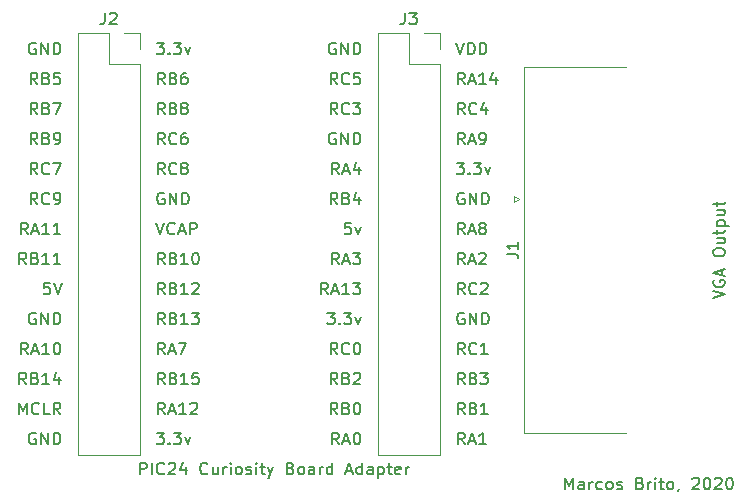
<source format=gbr>
G04 #@! TF.GenerationSoftware,KiCad,Pcbnew,(5.1.5)-3*
G04 #@! TF.CreationDate,2020-05-03T20:07:27+02:00*
G04 #@! TF.ProjectId,VGA_adapter,5647415f-6164-4617-9074-65722e6b6963,rev?*
G04 #@! TF.SameCoordinates,Original*
G04 #@! TF.FileFunction,Legend,Top*
G04 #@! TF.FilePolarity,Positive*
%FSLAX46Y46*%
G04 Gerber Fmt 4.6, Leading zero omitted, Abs format (unit mm)*
G04 Created by KiCad (PCBNEW (5.1.5)-3) date 2020-05-03 20:07:27*
%MOMM*%
%LPD*%
G04 APERTURE LIST*
%ADD10C,0.150000*%
%ADD11C,0.120000*%
G04 APERTURE END LIST*
D10*
X152948571Y-86812380D02*
X152948571Y-85812380D01*
X153281904Y-86526666D01*
X153615238Y-85812380D01*
X153615238Y-86812380D01*
X154520000Y-86812380D02*
X154520000Y-86288571D01*
X154472380Y-86193333D01*
X154377142Y-86145714D01*
X154186666Y-86145714D01*
X154091428Y-86193333D01*
X154520000Y-86764761D02*
X154424761Y-86812380D01*
X154186666Y-86812380D01*
X154091428Y-86764761D01*
X154043809Y-86669523D01*
X154043809Y-86574285D01*
X154091428Y-86479047D01*
X154186666Y-86431428D01*
X154424761Y-86431428D01*
X154520000Y-86383809D01*
X154996190Y-86812380D02*
X154996190Y-86145714D01*
X154996190Y-86336190D02*
X155043809Y-86240952D01*
X155091428Y-86193333D01*
X155186666Y-86145714D01*
X155281904Y-86145714D01*
X156043809Y-86764761D02*
X155948571Y-86812380D01*
X155758095Y-86812380D01*
X155662857Y-86764761D01*
X155615238Y-86717142D01*
X155567619Y-86621904D01*
X155567619Y-86336190D01*
X155615238Y-86240952D01*
X155662857Y-86193333D01*
X155758095Y-86145714D01*
X155948571Y-86145714D01*
X156043809Y-86193333D01*
X156615238Y-86812380D02*
X156520000Y-86764761D01*
X156472380Y-86717142D01*
X156424761Y-86621904D01*
X156424761Y-86336190D01*
X156472380Y-86240952D01*
X156520000Y-86193333D01*
X156615238Y-86145714D01*
X156758095Y-86145714D01*
X156853333Y-86193333D01*
X156900952Y-86240952D01*
X156948571Y-86336190D01*
X156948571Y-86621904D01*
X156900952Y-86717142D01*
X156853333Y-86764761D01*
X156758095Y-86812380D01*
X156615238Y-86812380D01*
X157329523Y-86764761D02*
X157424761Y-86812380D01*
X157615238Y-86812380D01*
X157710476Y-86764761D01*
X157758095Y-86669523D01*
X157758095Y-86621904D01*
X157710476Y-86526666D01*
X157615238Y-86479047D01*
X157472380Y-86479047D01*
X157377142Y-86431428D01*
X157329523Y-86336190D01*
X157329523Y-86288571D01*
X157377142Y-86193333D01*
X157472380Y-86145714D01*
X157615238Y-86145714D01*
X157710476Y-86193333D01*
X159281904Y-86288571D02*
X159424761Y-86336190D01*
X159472380Y-86383809D01*
X159520000Y-86479047D01*
X159520000Y-86621904D01*
X159472380Y-86717142D01*
X159424761Y-86764761D01*
X159329523Y-86812380D01*
X158948571Y-86812380D01*
X158948571Y-85812380D01*
X159281904Y-85812380D01*
X159377142Y-85860000D01*
X159424761Y-85907619D01*
X159472380Y-86002857D01*
X159472380Y-86098095D01*
X159424761Y-86193333D01*
X159377142Y-86240952D01*
X159281904Y-86288571D01*
X158948571Y-86288571D01*
X159948571Y-86812380D02*
X159948571Y-86145714D01*
X159948571Y-86336190D02*
X159996190Y-86240952D01*
X160043809Y-86193333D01*
X160139047Y-86145714D01*
X160234285Y-86145714D01*
X160567619Y-86812380D02*
X160567619Y-86145714D01*
X160567619Y-85812380D02*
X160520000Y-85860000D01*
X160567619Y-85907619D01*
X160615238Y-85860000D01*
X160567619Y-85812380D01*
X160567619Y-85907619D01*
X160900952Y-86145714D02*
X161281904Y-86145714D01*
X161043809Y-85812380D02*
X161043809Y-86669523D01*
X161091428Y-86764761D01*
X161186666Y-86812380D01*
X161281904Y-86812380D01*
X161758095Y-86812380D02*
X161662857Y-86764761D01*
X161615238Y-86717142D01*
X161567619Y-86621904D01*
X161567619Y-86336190D01*
X161615238Y-86240952D01*
X161662857Y-86193333D01*
X161758095Y-86145714D01*
X161900952Y-86145714D01*
X161996190Y-86193333D01*
X162043809Y-86240952D01*
X162091428Y-86336190D01*
X162091428Y-86621904D01*
X162043809Y-86717142D01*
X161996190Y-86764761D01*
X161900952Y-86812380D01*
X161758095Y-86812380D01*
X162567619Y-86764761D02*
X162567619Y-86812380D01*
X162520000Y-86907619D01*
X162472380Y-86955238D01*
X163710476Y-85907619D02*
X163758095Y-85860000D01*
X163853333Y-85812380D01*
X164091428Y-85812380D01*
X164186666Y-85860000D01*
X164234285Y-85907619D01*
X164281904Y-86002857D01*
X164281904Y-86098095D01*
X164234285Y-86240952D01*
X163662857Y-86812380D01*
X164281904Y-86812380D01*
X164900952Y-85812380D02*
X164996190Y-85812380D01*
X165091428Y-85860000D01*
X165139047Y-85907619D01*
X165186666Y-86002857D01*
X165234285Y-86193333D01*
X165234285Y-86431428D01*
X165186666Y-86621904D01*
X165139047Y-86717142D01*
X165091428Y-86764761D01*
X164996190Y-86812380D01*
X164900952Y-86812380D01*
X164805714Y-86764761D01*
X164758095Y-86717142D01*
X164710476Y-86621904D01*
X164662857Y-86431428D01*
X164662857Y-86193333D01*
X164710476Y-86002857D01*
X164758095Y-85907619D01*
X164805714Y-85860000D01*
X164900952Y-85812380D01*
X165615238Y-85907619D02*
X165662857Y-85860000D01*
X165758095Y-85812380D01*
X165996190Y-85812380D01*
X166091428Y-85860000D01*
X166139047Y-85907619D01*
X166186666Y-86002857D01*
X166186666Y-86098095D01*
X166139047Y-86240952D01*
X165567619Y-86812380D01*
X166186666Y-86812380D01*
X166805714Y-85812380D02*
X166900952Y-85812380D01*
X166996190Y-85860000D01*
X167043809Y-85907619D01*
X167091428Y-86002857D01*
X167139047Y-86193333D01*
X167139047Y-86431428D01*
X167091428Y-86621904D01*
X167043809Y-86717142D01*
X166996190Y-86764761D01*
X166900952Y-86812380D01*
X166805714Y-86812380D01*
X166710476Y-86764761D01*
X166662857Y-86717142D01*
X166615238Y-86621904D01*
X166567619Y-86431428D01*
X166567619Y-86193333D01*
X166615238Y-86002857D01*
X166662857Y-85907619D01*
X166710476Y-85860000D01*
X166805714Y-85812380D01*
X139366666Y-46442380D02*
X139366666Y-47156666D01*
X139319047Y-47299523D01*
X139223809Y-47394761D01*
X139080952Y-47442380D01*
X138985714Y-47442380D01*
X139747619Y-46442380D02*
X140366666Y-46442380D01*
X140033333Y-46823333D01*
X140176190Y-46823333D01*
X140271428Y-46870952D01*
X140319047Y-46918571D01*
X140366666Y-47013809D01*
X140366666Y-47251904D01*
X140319047Y-47347142D01*
X140271428Y-47394761D01*
X140176190Y-47442380D01*
X139890476Y-47442380D01*
X139795238Y-47394761D01*
X139747619Y-47347142D01*
D11*
X148998675Y-62230000D02*
X148565662Y-62480000D01*
X148565662Y-61980000D02*
X148998675Y-62230000D01*
X148565662Y-62480000D02*
X148565662Y-61980000D01*
X149460000Y-51060000D02*
X158060000Y-51060000D01*
X149460000Y-82030000D02*
X149460000Y-51060000D01*
X158060000Y-82030000D02*
X149460000Y-82030000D01*
X142300000Y-83880000D02*
X137100000Y-83880000D01*
X142300000Y-50800000D02*
X139700000Y-50800000D01*
X142300000Y-49530000D02*
X142300000Y-48200000D01*
X137100000Y-48200000D02*
X137100000Y-83880000D01*
X139700000Y-50800000D02*
X139700000Y-48200000D01*
X142300000Y-48200000D02*
X140970000Y-48200000D01*
X139700000Y-48200000D02*
X137100000Y-48200000D01*
X142300000Y-50800000D02*
X142300000Y-83880000D01*
X116900000Y-48200000D02*
X115570000Y-48200000D01*
X116900000Y-49530000D02*
X116900000Y-48200000D01*
X114300000Y-48200000D02*
X111700000Y-48200000D01*
X114300000Y-50800000D02*
X114300000Y-48200000D01*
X116900000Y-50800000D02*
X114300000Y-50800000D01*
X111700000Y-48200000D02*
X111700000Y-83880000D01*
X116900000Y-50800000D02*
X116900000Y-83880000D01*
X116900000Y-83880000D02*
X111700000Y-83880000D01*
D10*
X147972380Y-66878333D02*
X148686666Y-66878333D01*
X148829523Y-66925952D01*
X148924761Y-67021190D01*
X148972380Y-67164047D01*
X148972380Y-67259285D01*
X148972380Y-65878333D02*
X148972380Y-66449761D01*
X148972380Y-66164047D02*
X147972380Y-66164047D01*
X148115238Y-66259285D01*
X148210476Y-66354523D01*
X148258095Y-66449761D01*
X165472380Y-70640238D02*
X166472380Y-70306904D01*
X165472380Y-69973571D01*
X165520000Y-69116428D02*
X165472380Y-69211666D01*
X165472380Y-69354523D01*
X165520000Y-69497380D01*
X165615238Y-69592619D01*
X165710476Y-69640238D01*
X165900952Y-69687857D01*
X166043809Y-69687857D01*
X166234285Y-69640238D01*
X166329523Y-69592619D01*
X166424761Y-69497380D01*
X166472380Y-69354523D01*
X166472380Y-69259285D01*
X166424761Y-69116428D01*
X166377142Y-69068809D01*
X166043809Y-69068809D01*
X166043809Y-69259285D01*
X166186666Y-68687857D02*
X166186666Y-68211666D01*
X166472380Y-68783095D02*
X165472380Y-68449761D01*
X166472380Y-68116428D01*
X165472380Y-66830714D02*
X165472380Y-66640238D01*
X165520000Y-66545000D01*
X165615238Y-66449761D01*
X165805714Y-66402142D01*
X166139047Y-66402142D01*
X166329523Y-66449761D01*
X166424761Y-66545000D01*
X166472380Y-66640238D01*
X166472380Y-66830714D01*
X166424761Y-66925952D01*
X166329523Y-67021190D01*
X166139047Y-67068809D01*
X165805714Y-67068809D01*
X165615238Y-67021190D01*
X165520000Y-66925952D01*
X165472380Y-66830714D01*
X165805714Y-65545000D02*
X166472380Y-65545000D01*
X165805714Y-65973571D02*
X166329523Y-65973571D01*
X166424761Y-65925952D01*
X166472380Y-65830714D01*
X166472380Y-65687857D01*
X166424761Y-65592619D01*
X166377142Y-65545000D01*
X165805714Y-65211666D02*
X165805714Y-64830714D01*
X165472380Y-65068809D02*
X166329523Y-65068809D01*
X166424761Y-65021190D01*
X166472380Y-64925952D01*
X166472380Y-64830714D01*
X165805714Y-64497380D02*
X166805714Y-64497380D01*
X165853333Y-64497380D02*
X165805714Y-64402142D01*
X165805714Y-64211666D01*
X165853333Y-64116428D01*
X165900952Y-64068809D01*
X165996190Y-64021190D01*
X166281904Y-64021190D01*
X166377142Y-64068809D01*
X166424761Y-64116428D01*
X166472380Y-64211666D01*
X166472380Y-64402142D01*
X166424761Y-64497380D01*
X165805714Y-63164047D02*
X166472380Y-63164047D01*
X165805714Y-63592619D02*
X166329523Y-63592619D01*
X166424761Y-63545000D01*
X166472380Y-63449761D01*
X166472380Y-63306904D01*
X166424761Y-63211666D01*
X166377142Y-63164047D01*
X165805714Y-62830714D02*
X165805714Y-62449761D01*
X165472380Y-62687857D02*
X166329523Y-62687857D01*
X166424761Y-62640238D01*
X166472380Y-62545000D01*
X166472380Y-62449761D01*
X113966666Y-46442380D02*
X113966666Y-47156666D01*
X113919047Y-47299523D01*
X113823809Y-47394761D01*
X113680952Y-47442380D01*
X113585714Y-47442380D01*
X114395238Y-46537619D02*
X114442857Y-46490000D01*
X114538095Y-46442380D01*
X114776190Y-46442380D01*
X114871428Y-46490000D01*
X114919047Y-46537619D01*
X114966666Y-46632857D01*
X114966666Y-46728095D01*
X114919047Y-46870952D01*
X114347619Y-47442380D01*
X114966666Y-47442380D01*
X116936666Y-85542380D02*
X116936666Y-84542380D01*
X117317619Y-84542380D01*
X117412857Y-84590000D01*
X117460476Y-84637619D01*
X117508095Y-84732857D01*
X117508095Y-84875714D01*
X117460476Y-84970952D01*
X117412857Y-85018571D01*
X117317619Y-85066190D01*
X116936666Y-85066190D01*
X117936666Y-85542380D02*
X117936666Y-84542380D01*
X118984285Y-85447142D02*
X118936666Y-85494761D01*
X118793809Y-85542380D01*
X118698571Y-85542380D01*
X118555714Y-85494761D01*
X118460476Y-85399523D01*
X118412857Y-85304285D01*
X118365238Y-85113809D01*
X118365238Y-84970952D01*
X118412857Y-84780476D01*
X118460476Y-84685238D01*
X118555714Y-84590000D01*
X118698571Y-84542380D01*
X118793809Y-84542380D01*
X118936666Y-84590000D01*
X118984285Y-84637619D01*
X119365238Y-84637619D02*
X119412857Y-84590000D01*
X119508095Y-84542380D01*
X119746190Y-84542380D01*
X119841428Y-84590000D01*
X119889047Y-84637619D01*
X119936666Y-84732857D01*
X119936666Y-84828095D01*
X119889047Y-84970952D01*
X119317619Y-85542380D01*
X119936666Y-85542380D01*
X120793809Y-84875714D02*
X120793809Y-85542380D01*
X120555714Y-84494761D02*
X120317619Y-85209047D01*
X120936666Y-85209047D01*
X122650952Y-85447142D02*
X122603333Y-85494761D01*
X122460476Y-85542380D01*
X122365238Y-85542380D01*
X122222380Y-85494761D01*
X122127142Y-85399523D01*
X122079523Y-85304285D01*
X122031904Y-85113809D01*
X122031904Y-84970952D01*
X122079523Y-84780476D01*
X122127142Y-84685238D01*
X122222380Y-84590000D01*
X122365238Y-84542380D01*
X122460476Y-84542380D01*
X122603333Y-84590000D01*
X122650952Y-84637619D01*
X123508095Y-84875714D02*
X123508095Y-85542380D01*
X123079523Y-84875714D02*
X123079523Y-85399523D01*
X123127142Y-85494761D01*
X123222380Y-85542380D01*
X123365238Y-85542380D01*
X123460476Y-85494761D01*
X123508095Y-85447142D01*
X123984285Y-85542380D02*
X123984285Y-84875714D01*
X123984285Y-85066190D02*
X124031904Y-84970952D01*
X124079523Y-84923333D01*
X124174761Y-84875714D01*
X124270000Y-84875714D01*
X124603333Y-85542380D02*
X124603333Y-84875714D01*
X124603333Y-84542380D02*
X124555714Y-84590000D01*
X124603333Y-84637619D01*
X124650952Y-84590000D01*
X124603333Y-84542380D01*
X124603333Y-84637619D01*
X125222380Y-85542380D02*
X125127142Y-85494761D01*
X125079523Y-85447142D01*
X125031904Y-85351904D01*
X125031904Y-85066190D01*
X125079523Y-84970952D01*
X125127142Y-84923333D01*
X125222380Y-84875714D01*
X125365238Y-84875714D01*
X125460476Y-84923333D01*
X125508095Y-84970952D01*
X125555714Y-85066190D01*
X125555714Y-85351904D01*
X125508095Y-85447142D01*
X125460476Y-85494761D01*
X125365238Y-85542380D01*
X125222380Y-85542380D01*
X125936666Y-85494761D02*
X126031904Y-85542380D01*
X126222380Y-85542380D01*
X126317619Y-85494761D01*
X126365238Y-85399523D01*
X126365238Y-85351904D01*
X126317619Y-85256666D01*
X126222380Y-85209047D01*
X126079523Y-85209047D01*
X125984285Y-85161428D01*
X125936666Y-85066190D01*
X125936666Y-85018571D01*
X125984285Y-84923333D01*
X126079523Y-84875714D01*
X126222380Y-84875714D01*
X126317619Y-84923333D01*
X126793809Y-85542380D02*
X126793809Y-84875714D01*
X126793809Y-84542380D02*
X126746190Y-84590000D01*
X126793809Y-84637619D01*
X126841428Y-84590000D01*
X126793809Y-84542380D01*
X126793809Y-84637619D01*
X127127142Y-84875714D02*
X127508095Y-84875714D01*
X127270000Y-84542380D02*
X127270000Y-85399523D01*
X127317619Y-85494761D01*
X127412857Y-85542380D01*
X127508095Y-85542380D01*
X127746190Y-84875714D02*
X127984285Y-85542380D01*
X128222380Y-84875714D02*
X127984285Y-85542380D01*
X127889047Y-85780476D01*
X127841428Y-85828095D01*
X127746190Y-85875714D01*
X129698571Y-85018571D02*
X129841428Y-85066190D01*
X129889047Y-85113809D01*
X129936666Y-85209047D01*
X129936666Y-85351904D01*
X129889047Y-85447142D01*
X129841428Y-85494761D01*
X129746190Y-85542380D01*
X129365238Y-85542380D01*
X129365238Y-84542380D01*
X129698571Y-84542380D01*
X129793809Y-84590000D01*
X129841428Y-84637619D01*
X129889047Y-84732857D01*
X129889047Y-84828095D01*
X129841428Y-84923333D01*
X129793809Y-84970952D01*
X129698571Y-85018571D01*
X129365238Y-85018571D01*
X130508095Y-85542380D02*
X130412857Y-85494761D01*
X130365238Y-85447142D01*
X130317619Y-85351904D01*
X130317619Y-85066190D01*
X130365238Y-84970952D01*
X130412857Y-84923333D01*
X130508095Y-84875714D01*
X130650952Y-84875714D01*
X130746190Y-84923333D01*
X130793809Y-84970952D01*
X130841428Y-85066190D01*
X130841428Y-85351904D01*
X130793809Y-85447142D01*
X130746190Y-85494761D01*
X130650952Y-85542380D01*
X130508095Y-85542380D01*
X131698571Y-85542380D02*
X131698571Y-85018571D01*
X131650952Y-84923333D01*
X131555714Y-84875714D01*
X131365238Y-84875714D01*
X131270000Y-84923333D01*
X131698571Y-85494761D02*
X131603333Y-85542380D01*
X131365238Y-85542380D01*
X131270000Y-85494761D01*
X131222380Y-85399523D01*
X131222380Y-85304285D01*
X131270000Y-85209047D01*
X131365238Y-85161428D01*
X131603333Y-85161428D01*
X131698571Y-85113809D01*
X132174761Y-85542380D02*
X132174761Y-84875714D01*
X132174761Y-85066190D02*
X132222380Y-84970952D01*
X132270000Y-84923333D01*
X132365238Y-84875714D01*
X132460476Y-84875714D01*
X133222380Y-85542380D02*
X133222380Y-84542380D01*
X133222380Y-85494761D02*
X133127142Y-85542380D01*
X132936666Y-85542380D01*
X132841428Y-85494761D01*
X132793809Y-85447142D01*
X132746190Y-85351904D01*
X132746190Y-85066190D01*
X132793809Y-84970952D01*
X132841428Y-84923333D01*
X132936666Y-84875714D01*
X133127142Y-84875714D01*
X133222380Y-84923333D01*
X134412857Y-85256666D02*
X134889047Y-85256666D01*
X134317619Y-85542380D02*
X134650952Y-84542380D01*
X134984285Y-85542380D01*
X135746190Y-85542380D02*
X135746190Y-84542380D01*
X135746190Y-85494761D02*
X135650952Y-85542380D01*
X135460476Y-85542380D01*
X135365238Y-85494761D01*
X135317619Y-85447142D01*
X135270000Y-85351904D01*
X135270000Y-85066190D01*
X135317619Y-84970952D01*
X135365238Y-84923333D01*
X135460476Y-84875714D01*
X135650952Y-84875714D01*
X135746190Y-84923333D01*
X136650952Y-85542380D02*
X136650952Y-85018571D01*
X136603333Y-84923333D01*
X136508095Y-84875714D01*
X136317619Y-84875714D01*
X136222380Y-84923333D01*
X136650952Y-85494761D02*
X136555714Y-85542380D01*
X136317619Y-85542380D01*
X136222380Y-85494761D01*
X136174761Y-85399523D01*
X136174761Y-85304285D01*
X136222380Y-85209047D01*
X136317619Y-85161428D01*
X136555714Y-85161428D01*
X136650952Y-85113809D01*
X137127142Y-84875714D02*
X137127142Y-85875714D01*
X137127142Y-84923333D02*
X137222380Y-84875714D01*
X137412857Y-84875714D01*
X137508095Y-84923333D01*
X137555714Y-84970952D01*
X137603333Y-85066190D01*
X137603333Y-85351904D01*
X137555714Y-85447142D01*
X137508095Y-85494761D01*
X137412857Y-85542380D01*
X137222380Y-85542380D01*
X137127142Y-85494761D01*
X137889047Y-84875714D02*
X138270000Y-84875714D01*
X138031904Y-84542380D02*
X138031904Y-85399523D01*
X138079523Y-85494761D01*
X138174761Y-85542380D01*
X138270000Y-85542380D01*
X138984285Y-85494761D02*
X138889047Y-85542380D01*
X138698571Y-85542380D01*
X138603333Y-85494761D01*
X138555714Y-85399523D01*
X138555714Y-85018571D01*
X138603333Y-84923333D01*
X138698571Y-84875714D01*
X138889047Y-84875714D01*
X138984285Y-84923333D01*
X139031904Y-85018571D01*
X139031904Y-85113809D01*
X138555714Y-85209047D01*
X139460476Y-85542380D02*
X139460476Y-84875714D01*
X139460476Y-85066190D02*
X139508095Y-84970952D01*
X139555714Y-84923333D01*
X139650952Y-84875714D01*
X139746190Y-84875714D01*
X133506785Y-49030000D02*
X133411547Y-48982380D01*
X133268690Y-48982380D01*
X133125833Y-49030000D01*
X133030595Y-49125238D01*
X132982976Y-49220476D01*
X132935357Y-49410952D01*
X132935357Y-49553809D01*
X132982976Y-49744285D01*
X133030595Y-49839523D01*
X133125833Y-49934761D01*
X133268690Y-49982380D01*
X133363928Y-49982380D01*
X133506785Y-49934761D01*
X133554404Y-49887142D01*
X133554404Y-49553809D01*
X133363928Y-49553809D01*
X133982976Y-49982380D02*
X133982976Y-48982380D01*
X134554404Y-49982380D01*
X134554404Y-48982380D01*
X135030595Y-49982380D02*
X135030595Y-48982380D01*
X135268690Y-48982380D01*
X135411547Y-49030000D01*
X135506785Y-49125238D01*
X135554404Y-49220476D01*
X135602023Y-49410952D01*
X135602023Y-49553809D01*
X135554404Y-49744285D01*
X135506785Y-49839523D01*
X135411547Y-49934761D01*
X135268690Y-49982380D01*
X135030595Y-49982380D01*
X133649642Y-55062380D02*
X133316309Y-54586190D01*
X133078214Y-55062380D02*
X133078214Y-54062380D01*
X133459166Y-54062380D01*
X133554404Y-54110000D01*
X133602023Y-54157619D01*
X133649642Y-54252857D01*
X133649642Y-54395714D01*
X133602023Y-54490952D01*
X133554404Y-54538571D01*
X133459166Y-54586190D01*
X133078214Y-54586190D01*
X134649642Y-54967142D02*
X134602023Y-55014761D01*
X134459166Y-55062380D01*
X134363928Y-55062380D01*
X134221071Y-55014761D01*
X134125833Y-54919523D01*
X134078214Y-54824285D01*
X134030595Y-54633809D01*
X134030595Y-54490952D01*
X134078214Y-54300476D01*
X134125833Y-54205238D01*
X134221071Y-54110000D01*
X134363928Y-54062380D01*
X134459166Y-54062380D01*
X134602023Y-54110000D01*
X134649642Y-54157619D01*
X134982976Y-54062380D02*
X135602023Y-54062380D01*
X135268690Y-54443333D01*
X135411547Y-54443333D01*
X135506785Y-54490952D01*
X135554404Y-54538571D01*
X135602023Y-54633809D01*
X135602023Y-54871904D01*
X135554404Y-54967142D01*
X135506785Y-55014761D01*
X135411547Y-55062380D01*
X135125833Y-55062380D01*
X135030595Y-55014761D01*
X134982976Y-54967142D01*
X133649642Y-52522380D02*
X133316309Y-52046190D01*
X133078214Y-52522380D02*
X133078214Y-51522380D01*
X133459166Y-51522380D01*
X133554404Y-51570000D01*
X133602023Y-51617619D01*
X133649642Y-51712857D01*
X133649642Y-51855714D01*
X133602023Y-51950952D01*
X133554404Y-51998571D01*
X133459166Y-52046190D01*
X133078214Y-52046190D01*
X134649642Y-52427142D02*
X134602023Y-52474761D01*
X134459166Y-52522380D01*
X134363928Y-52522380D01*
X134221071Y-52474761D01*
X134125833Y-52379523D01*
X134078214Y-52284285D01*
X134030595Y-52093809D01*
X134030595Y-51950952D01*
X134078214Y-51760476D01*
X134125833Y-51665238D01*
X134221071Y-51570000D01*
X134363928Y-51522380D01*
X134459166Y-51522380D01*
X134602023Y-51570000D01*
X134649642Y-51617619D01*
X135554404Y-51522380D02*
X135078214Y-51522380D01*
X135030595Y-51998571D01*
X135078214Y-51950952D01*
X135173452Y-51903333D01*
X135411547Y-51903333D01*
X135506785Y-51950952D01*
X135554404Y-51998571D01*
X135602023Y-52093809D01*
X135602023Y-52331904D01*
X135554404Y-52427142D01*
X135506785Y-52474761D01*
X135411547Y-52522380D01*
X135173452Y-52522380D01*
X135078214Y-52474761D01*
X135030595Y-52427142D01*
X133506785Y-56650000D02*
X133411547Y-56602380D01*
X133268690Y-56602380D01*
X133125833Y-56650000D01*
X133030595Y-56745238D01*
X132982976Y-56840476D01*
X132935357Y-57030952D01*
X132935357Y-57173809D01*
X132982976Y-57364285D01*
X133030595Y-57459523D01*
X133125833Y-57554761D01*
X133268690Y-57602380D01*
X133363928Y-57602380D01*
X133506785Y-57554761D01*
X133554404Y-57507142D01*
X133554404Y-57173809D01*
X133363928Y-57173809D01*
X133982976Y-57602380D02*
X133982976Y-56602380D01*
X134554404Y-57602380D01*
X134554404Y-56602380D01*
X135030595Y-57602380D02*
X135030595Y-56602380D01*
X135268690Y-56602380D01*
X135411547Y-56650000D01*
X135506785Y-56745238D01*
X135554404Y-56840476D01*
X135602023Y-57030952D01*
X135602023Y-57173809D01*
X135554404Y-57364285D01*
X135506785Y-57459523D01*
X135411547Y-57554761D01*
X135268690Y-57602380D01*
X135030595Y-57602380D01*
X133792500Y-60142380D02*
X133459166Y-59666190D01*
X133221071Y-60142380D02*
X133221071Y-59142380D01*
X133602023Y-59142380D01*
X133697261Y-59190000D01*
X133744880Y-59237619D01*
X133792500Y-59332857D01*
X133792500Y-59475714D01*
X133744880Y-59570952D01*
X133697261Y-59618571D01*
X133602023Y-59666190D01*
X133221071Y-59666190D01*
X134173452Y-59856666D02*
X134649642Y-59856666D01*
X134078214Y-60142380D02*
X134411547Y-59142380D01*
X134744880Y-60142380D01*
X135506785Y-59475714D02*
X135506785Y-60142380D01*
X135268690Y-59094761D02*
X135030595Y-59809047D01*
X135649642Y-59809047D01*
X144417023Y-55062380D02*
X144083690Y-54586190D01*
X143845595Y-55062380D02*
X143845595Y-54062380D01*
X144226547Y-54062380D01*
X144321785Y-54110000D01*
X144369404Y-54157619D01*
X144417023Y-54252857D01*
X144417023Y-54395714D01*
X144369404Y-54490952D01*
X144321785Y-54538571D01*
X144226547Y-54586190D01*
X143845595Y-54586190D01*
X145417023Y-54967142D02*
X145369404Y-55014761D01*
X145226547Y-55062380D01*
X145131309Y-55062380D01*
X144988452Y-55014761D01*
X144893214Y-54919523D01*
X144845595Y-54824285D01*
X144797976Y-54633809D01*
X144797976Y-54490952D01*
X144845595Y-54300476D01*
X144893214Y-54205238D01*
X144988452Y-54110000D01*
X145131309Y-54062380D01*
X145226547Y-54062380D01*
X145369404Y-54110000D01*
X145417023Y-54157619D01*
X146274166Y-54395714D02*
X146274166Y-55062380D01*
X146036071Y-54014761D02*
X145797976Y-54729047D01*
X146417023Y-54729047D01*
X144417023Y-52522380D02*
X144083690Y-52046190D01*
X143845595Y-52522380D02*
X143845595Y-51522380D01*
X144226547Y-51522380D01*
X144321785Y-51570000D01*
X144369404Y-51617619D01*
X144417023Y-51712857D01*
X144417023Y-51855714D01*
X144369404Y-51950952D01*
X144321785Y-51998571D01*
X144226547Y-52046190D01*
X143845595Y-52046190D01*
X144797976Y-52236666D02*
X145274166Y-52236666D01*
X144702738Y-52522380D02*
X145036071Y-51522380D01*
X145369404Y-52522380D01*
X146226547Y-52522380D02*
X145655119Y-52522380D01*
X145940833Y-52522380D02*
X145940833Y-51522380D01*
X145845595Y-51665238D01*
X145750357Y-51760476D01*
X145655119Y-51808095D01*
X147083690Y-51855714D02*
X147083690Y-52522380D01*
X146845595Y-51474761D02*
X146607500Y-52189047D01*
X147226547Y-52189047D01*
X133649642Y-77922380D02*
X133316309Y-77446190D01*
X133078214Y-77922380D02*
X133078214Y-76922380D01*
X133459166Y-76922380D01*
X133554404Y-76970000D01*
X133602023Y-77017619D01*
X133649642Y-77112857D01*
X133649642Y-77255714D01*
X133602023Y-77350952D01*
X133554404Y-77398571D01*
X133459166Y-77446190D01*
X133078214Y-77446190D01*
X134411547Y-77398571D02*
X134554404Y-77446190D01*
X134602023Y-77493809D01*
X134649642Y-77589047D01*
X134649642Y-77731904D01*
X134602023Y-77827142D01*
X134554404Y-77874761D01*
X134459166Y-77922380D01*
X134078214Y-77922380D01*
X134078214Y-76922380D01*
X134411547Y-76922380D01*
X134506785Y-76970000D01*
X134554404Y-77017619D01*
X134602023Y-77112857D01*
X134602023Y-77208095D01*
X134554404Y-77303333D01*
X134506785Y-77350952D01*
X134411547Y-77398571D01*
X134078214Y-77398571D01*
X135030595Y-77017619D02*
X135078214Y-76970000D01*
X135173452Y-76922380D01*
X135411547Y-76922380D01*
X135506785Y-76970000D01*
X135554404Y-77017619D01*
X135602023Y-77112857D01*
X135602023Y-77208095D01*
X135554404Y-77350952D01*
X134982976Y-77922380D01*
X135602023Y-77922380D01*
X133792500Y-83002380D02*
X133459166Y-82526190D01*
X133221071Y-83002380D02*
X133221071Y-82002380D01*
X133602023Y-82002380D01*
X133697261Y-82050000D01*
X133744880Y-82097619D01*
X133792500Y-82192857D01*
X133792500Y-82335714D01*
X133744880Y-82430952D01*
X133697261Y-82478571D01*
X133602023Y-82526190D01*
X133221071Y-82526190D01*
X134173452Y-82716666D02*
X134649642Y-82716666D01*
X134078214Y-83002380D02*
X134411547Y-82002380D01*
X134744880Y-83002380D01*
X135268690Y-82002380D02*
X135363928Y-82002380D01*
X135459166Y-82050000D01*
X135506785Y-82097619D01*
X135554404Y-82192857D01*
X135602023Y-82383333D01*
X135602023Y-82621428D01*
X135554404Y-82811904D01*
X135506785Y-82907142D01*
X135459166Y-82954761D01*
X135363928Y-83002380D01*
X135268690Y-83002380D01*
X135173452Y-82954761D01*
X135125833Y-82907142D01*
X135078214Y-82811904D01*
X135030595Y-82621428D01*
X135030595Y-82383333D01*
X135078214Y-82192857D01*
X135125833Y-82097619D01*
X135173452Y-82050000D01*
X135268690Y-82002380D01*
X134792500Y-64222380D02*
X134316309Y-64222380D01*
X134268690Y-64698571D01*
X134316309Y-64650952D01*
X134411547Y-64603333D01*
X134649642Y-64603333D01*
X134744880Y-64650952D01*
X134792500Y-64698571D01*
X134840119Y-64793809D01*
X134840119Y-65031904D01*
X134792500Y-65127142D01*
X134744880Y-65174761D01*
X134649642Y-65222380D01*
X134411547Y-65222380D01*
X134316309Y-65174761D01*
X134268690Y-65127142D01*
X135173452Y-64555714D02*
X135411547Y-65222380D01*
X135649642Y-64555714D01*
X133649642Y-80462380D02*
X133316309Y-79986190D01*
X133078214Y-80462380D02*
X133078214Y-79462380D01*
X133459166Y-79462380D01*
X133554404Y-79510000D01*
X133602023Y-79557619D01*
X133649642Y-79652857D01*
X133649642Y-79795714D01*
X133602023Y-79890952D01*
X133554404Y-79938571D01*
X133459166Y-79986190D01*
X133078214Y-79986190D01*
X134411547Y-79938571D02*
X134554404Y-79986190D01*
X134602023Y-80033809D01*
X134649642Y-80129047D01*
X134649642Y-80271904D01*
X134602023Y-80367142D01*
X134554404Y-80414761D01*
X134459166Y-80462380D01*
X134078214Y-80462380D01*
X134078214Y-79462380D01*
X134411547Y-79462380D01*
X134506785Y-79510000D01*
X134554404Y-79557619D01*
X134602023Y-79652857D01*
X134602023Y-79748095D01*
X134554404Y-79843333D01*
X134506785Y-79890952D01*
X134411547Y-79938571D01*
X134078214Y-79938571D01*
X135268690Y-79462380D02*
X135363928Y-79462380D01*
X135459166Y-79510000D01*
X135506785Y-79557619D01*
X135554404Y-79652857D01*
X135602023Y-79843333D01*
X135602023Y-80081428D01*
X135554404Y-80271904D01*
X135506785Y-80367142D01*
X135459166Y-80414761D01*
X135363928Y-80462380D01*
X135268690Y-80462380D01*
X135173452Y-80414761D01*
X135125833Y-80367142D01*
X135078214Y-80271904D01*
X135030595Y-80081428D01*
X135030595Y-79843333D01*
X135078214Y-79652857D01*
X135125833Y-79557619D01*
X135173452Y-79510000D01*
X135268690Y-79462380D01*
X143702738Y-48982380D02*
X144036071Y-49982380D01*
X144369404Y-48982380D01*
X144702738Y-49982380D02*
X144702738Y-48982380D01*
X144940833Y-48982380D01*
X145083690Y-49030000D01*
X145178928Y-49125238D01*
X145226547Y-49220476D01*
X145274166Y-49410952D01*
X145274166Y-49553809D01*
X145226547Y-49744285D01*
X145178928Y-49839523D01*
X145083690Y-49934761D01*
X144940833Y-49982380D01*
X144702738Y-49982380D01*
X145702738Y-49982380D02*
X145702738Y-48982380D01*
X145940833Y-48982380D01*
X146083690Y-49030000D01*
X146178928Y-49125238D01*
X146226547Y-49220476D01*
X146274166Y-49410952D01*
X146274166Y-49553809D01*
X146226547Y-49744285D01*
X146178928Y-49839523D01*
X146083690Y-49934761D01*
X145940833Y-49982380D01*
X145702738Y-49982380D01*
X144417023Y-57602380D02*
X144083690Y-57126190D01*
X143845595Y-57602380D02*
X143845595Y-56602380D01*
X144226547Y-56602380D01*
X144321785Y-56650000D01*
X144369404Y-56697619D01*
X144417023Y-56792857D01*
X144417023Y-56935714D01*
X144369404Y-57030952D01*
X144321785Y-57078571D01*
X144226547Y-57126190D01*
X143845595Y-57126190D01*
X144797976Y-57316666D02*
X145274166Y-57316666D01*
X144702738Y-57602380D02*
X145036071Y-56602380D01*
X145369404Y-57602380D01*
X145750357Y-57602380D02*
X145940833Y-57602380D01*
X146036071Y-57554761D01*
X146083690Y-57507142D01*
X146178928Y-57364285D01*
X146226547Y-57173809D01*
X146226547Y-56792857D01*
X146178928Y-56697619D01*
X146131309Y-56650000D01*
X146036071Y-56602380D01*
X145845595Y-56602380D01*
X145750357Y-56650000D01*
X145702738Y-56697619D01*
X145655119Y-56792857D01*
X145655119Y-57030952D01*
X145702738Y-57126190D01*
X145750357Y-57173809D01*
X145845595Y-57221428D01*
X146036071Y-57221428D01*
X146131309Y-57173809D01*
X146178928Y-57126190D01*
X146226547Y-57030952D01*
X144369404Y-61730000D02*
X144274166Y-61682380D01*
X144131309Y-61682380D01*
X143988452Y-61730000D01*
X143893214Y-61825238D01*
X143845595Y-61920476D01*
X143797976Y-62110952D01*
X143797976Y-62253809D01*
X143845595Y-62444285D01*
X143893214Y-62539523D01*
X143988452Y-62634761D01*
X144131309Y-62682380D01*
X144226547Y-62682380D01*
X144369404Y-62634761D01*
X144417023Y-62587142D01*
X144417023Y-62253809D01*
X144226547Y-62253809D01*
X144845595Y-62682380D02*
X144845595Y-61682380D01*
X145417023Y-62682380D01*
X145417023Y-61682380D01*
X145893214Y-62682380D02*
X145893214Y-61682380D01*
X146131309Y-61682380D01*
X146274166Y-61730000D01*
X146369404Y-61825238D01*
X146417023Y-61920476D01*
X146464642Y-62110952D01*
X146464642Y-62253809D01*
X146417023Y-62444285D01*
X146369404Y-62539523D01*
X146274166Y-62634761D01*
X146131309Y-62682380D01*
X145893214Y-62682380D01*
X133649642Y-62682380D02*
X133316309Y-62206190D01*
X133078214Y-62682380D02*
X133078214Y-61682380D01*
X133459166Y-61682380D01*
X133554404Y-61730000D01*
X133602023Y-61777619D01*
X133649642Y-61872857D01*
X133649642Y-62015714D01*
X133602023Y-62110952D01*
X133554404Y-62158571D01*
X133459166Y-62206190D01*
X133078214Y-62206190D01*
X134411547Y-62158571D02*
X134554404Y-62206190D01*
X134602023Y-62253809D01*
X134649642Y-62349047D01*
X134649642Y-62491904D01*
X134602023Y-62587142D01*
X134554404Y-62634761D01*
X134459166Y-62682380D01*
X134078214Y-62682380D01*
X134078214Y-61682380D01*
X134411547Y-61682380D01*
X134506785Y-61730000D01*
X134554404Y-61777619D01*
X134602023Y-61872857D01*
X134602023Y-61968095D01*
X134554404Y-62063333D01*
X134506785Y-62110952D01*
X134411547Y-62158571D01*
X134078214Y-62158571D01*
X135506785Y-62015714D02*
X135506785Y-62682380D01*
X135268690Y-61634761D02*
X135030595Y-62349047D01*
X135649642Y-62349047D01*
X132792500Y-71842380D02*
X133411547Y-71842380D01*
X133078214Y-72223333D01*
X133221071Y-72223333D01*
X133316309Y-72270952D01*
X133363928Y-72318571D01*
X133411547Y-72413809D01*
X133411547Y-72651904D01*
X133363928Y-72747142D01*
X133316309Y-72794761D01*
X133221071Y-72842380D01*
X132935357Y-72842380D01*
X132840119Y-72794761D01*
X132792500Y-72747142D01*
X133840119Y-72747142D02*
X133887738Y-72794761D01*
X133840119Y-72842380D01*
X133792500Y-72794761D01*
X133840119Y-72747142D01*
X133840119Y-72842380D01*
X134221071Y-71842380D02*
X134840119Y-71842380D01*
X134506785Y-72223333D01*
X134649642Y-72223333D01*
X134744880Y-72270952D01*
X134792500Y-72318571D01*
X134840119Y-72413809D01*
X134840119Y-72651904D01*
X134792500Y-72747142D01*
X134744880Y-72794761D01*
X134649642Y-72842380D01*
X134363928Y-72842380D01*
X134268690Y-72794761D01*
X134221071Y-72747142D01*
X135173452Y-72175714D02*
X135411547Y-72842380D01*
X135649642Y-72175714D01*
X144417023Y-65222380D02*
X144083690Y-64746190D01*
X143845595Y-65222380D02*
X143845595Y-64222380D01*
X144226547Y-64222380D01*
X144321785Y-64270000D01*
X144369404Y-64317619D01*
X144417023Y-64412857D01*
X144417023Y-64555714D01*
X144369404Y-64650952D01*
X144321785Y-64698571D01*
X144226547Y-64746190D01*
X143845595Y-64746190D01*
X144797976Y-64936666D02*
X145274166Y-64936666D01*
X144702738Y-65222380D02*
X145036071Y-64222380D01*
X145369404Y-65222380D01*
X145845595Y-64650952D02*
X145750357Y-64603333D01*
X145702738Y-64555714D01*
X145655119Y-64460476D01*
X145655119Y-64412857D01*
X145702738Y-64317619D01*
X145750357Y-64270000D01*
X145845595Y-64222380D01*
X146036071Y-64222380D01*
X146131309Y-64270000D01*
X146178928Y-64317619D01*
X146226547Y-64412857D01*
X146226547Y-64460476D01*
X146178928Y-64555714D01*
X146131309Y-64603333D01*
X146036071Y-64650952D01*
X145845595Y-64650952D01*
X145750357Y-64698571D01*
X145702738Y-64746190D01*
X145655119Y-64841428D01*
X145655119Y-65031904D01*
X145702738Y-65127142D01*
X145750357Y-65174761D01*
X145845595Y-65222380D01*
X146036071Y-65222380D01*
X146131309Y-65174761D01*
X146178928Y-65127142D01*
X146226547Y-65031904D01*
X146226547Y-64841428D01*
X146178928Y-64746190D01*
X146131309Y-64698571D01*
X146036071Y-64650952D01*
X132840119Y-70302380D02*
X132506785Y-69826190D01*
X132268690Y-70302380D02*
X132268690Y-69302380D01*
X132649642Y-69302380D01*
X132744880Y-69350000D01*
X132792500Y-69397619D01*
X132840119Y-69492857D01*
X132840119Y-69635714D01*
X132792500Y-69730952D01*
X132744880Y-69778571D01*
X132649642Y-69826190D01*
X132268690Y-69826190D01*
X133221071Y-70016666D02*
X133697261Y-70016666D01*
X133125833Y-70302380D02*
X133459166Y-69302380D01*
X133792500Y-70302380D01*
X134649642Y-70302380D02*
X134078214Y-70302380D01*
X134363928Y-70302380D02*
X134363928Y-69302380D01*
X134268690Y-69445238D01*
X134173452Y-69540476D01*
X134078214Y-69588095D01*
X134982976Y-69302380D02*
X135602023Y-69302380D01*
X135268690Y-69683333D01*
X135411547Y-69683333D01*
X135506785Y-69730952D01*
X135554404Y-69778571D01*
X135602023Y-69873809D01*
X135602023Y-70111904D01*
X135554404Y-70207142D01*
X135506785Y-70254761D01*
X135411547Y-70302380D01*
X135125833Y-70302380D01*
X135030595Y-70254761D01*
X134982976Y-70207142D01*
X133649642Y-75382380D02*
X133316309Y-74906190D01*
X133078214Y-75382380D02*
X133078214Y-74382380D01*
X133459166Y-74382380D01*
X133554404Y-74430000D01*
X133602023Y-74477619D01*
X133649642Y-74572857D01*
X133649642Y-74715714D01*
X133602023Y-74810952D01*
X133554404Y-74858571D01*
X133459166Y-74906190D01*
X133078214Y-74906190D01*
X134649642Y-75287142D02*
X134602023Y-75334761D01*
X134459166Y-75382380D01*
X134363928Y-75382380D01*
X134221071Y-75334761D01*
X134125833Y-75239523D01*
X134078214Y-75144285D01*
X134030595Y-74953809D01*
X134030595Y-74810952D01*
X134078214Y-74620476D01*
X134125833Y-74525238D01*
X134221071Y-74430000D01*
X134363928Y-74382380D01*
X134459166Y-74382380D01*
X134602023Y-74430000D01*
X134649642Y-74477619D01*
X135268690Y-74382380D02*
X135363928Y-74382380D01*
X135459166Y-74430000D01*
X135506785Y-74477619D01*
X135554404Y-74572857D01*
X135602023Y-74763333D01*
X135602023Y-75001428D01*
X135554404Y-75191904D01*
X135506785Y-75287142D01*
X135459166Y-75334761D01*
X135363928Y-75382380D01*
X135268690Y-75382380D01*
X135173452Y-75334761D01*
X135125833Y-75287142D01*
X135078214Y-75191904D01*
X135030595Y-75001428D01*
X135030595Y-74763333D01*
X135078214Y-74572857D01*
X135125833Y-74477619D01*
X135173452Y-74430000D01*
X135268690Y-74382380D01*
X133792500Y-67762380D02*
X133459166Y-67286190D01*
X133221071Y-67762380D02*
X133221071Y-66762380D01*
X133602023Y-66762380D01*
X133697261Y-66810000D01*
X133744880Y-66857619D01*
X133792500Y-66952857D01*
X133792500Y-67095714D01*
X133744880Y-67190952D01*
X133697261Y-67238571D01*
X133602023Y-67286190D01*
X133221071Y-67286190D01*
X134173452Y-67476666D02*
X134649642Y-67476666D01*
X134078214Y-67762380D02*
X134411547Y-66762380D01*
X134744880Y-67762380D01*
X134982976Y-66762380D02*
X135602023Y-66762380D01*
X135268690Y-67143333D01*
X135411547Y-67143333D01*
X135506785Y-67190952D01*
X135554404Y-67238571D01*
X135602023Y-67333809D01*
X135602023Y-67571904D01*
X135554404Y-67667142D01*
X135506785Y-67714761D01*
X135411547Y-67762380D01*
X135125833Y-67762380D01*
X135030595Y-67714761D01*
X134982976Y-67667142D01*
X143750357Y-59142380D02*
X144369404Y-59142380D01*
X144036071Y-59523333D01*
X144178928Y-59523333D01*
X144274166Y-59570952D01*
X144321785Y-59618571D01*
X144369404Y-59713809D01*
X144369404Y-59951904D01*
X144321785Y-60047142D01*
X144274166Y-60094761D01*
X144178928Y-60142380D01*
X143893214Y-60142380D01*
X143797976Y-60094761D01*
X143750357Y-60047142D01*
X144797976Y-60047142D02*
X144845595Y-60094761D01*
X144797976Y-60142380D01*
X144750357Y-60094761D01*
X144797976Y-60047142D01*
X144797976Y-60142380D01*
X145178928Y-59142380D02*
X145797976Y-59142380D01*
X145464642Y-59523333D01*
X145607500Y-59523333D01*
X145702738Y-59570952D01*
X145750357Y-59618571D01*
X145797976Y-59713809D01*
X145797976Y-59951904D01*
X145750357Y-60047142D01*
X145702738Y-60094761D01*
X145607500Y-60142380D01*
X145321785Y-60142380D01*
X145226547Y-60094761D01*
X145178928Y-60047142D01*
X146131309Y-59475714D02*
X146369404Y-60142380D01*
X146607500Y-59475714D01*
X144417023Y-80462380D02*
X144083690Y-79986190D01*
X143845595Y-80462380D02*
X143845595Y-79462380D01*
X144226547Y-79462380D01*
X144321785Y-79510000D01*
X144369404Y-79557619D01*
X144417023Y-79652857D01*
X144417023Y-79795714D01*
X144369404Y-79890952D01*
X144321785Y-79938571D01*
X144226547Y-79986190D01*
X143845595Y-79986190D01*
X145178928Y-79938571D02*
X145321785Y-79986190D01*
X145369404Y-80033809D01*
X145417023Y-80129047D01*
X145417023Y-80271904D01*
X145369404Y-80367142D01*
X145321785Y-80414761D01*
X145226547Y-80462380D01*
X144845595Y-80462380D01*
X144845595Y-79462380D01*
X145178928Y-79462380D01*
X145274166Y-79510000D01*
X145321785Y-79557619D01*
X145369404Y-79652857D01*
X145369404Y-79748095D01*
X145321785Y-79843333D01*
X145274166Y-79890952D01*
X145178928Y-79938571D01*
X144845595Y-79938571D01*
X146369404Y-80462380D02*
X145797976Y-80462380D01*
X146083690Y-80462380D02*
X146083690Y-79462380D01*
X145988452Y-79605238D01*
X145893214Y-79700476D01*
X145797976Y-79748095D01*
X144417023Y-77922380D02*
X144083690Y-77446190D01*
X143845595Y-77922380D02*
X143845595Y-76922380D01*
X144226547Y-76922380D01*
X144321785Y-76970000D01*
X144369404Y-77017619D01*
X144417023Y-77112857D01*
X144417023Y-77255714D01*
X144369404Y-77350952D01*
X144321785Y-77398571D01*
X144226547Y-77446190D01*
X143845595Y-77446190D01*
X145178928Y-77398571D02*
X145321785Y-77446190D01*
X145369404Y-77493809D01*
X145417023Y-77589047D01*
X145417023Y-77731904D01*
X145369404Y-77827142D01*
X145321785Y-77874761D01*
X145226547Y-77922380D01*
X144845595Y-77922380D01*
X144845595Y-76922380D01*
X145178928Y-76922380D01*
X145274166Y-76970000D01*
X145321785Y-77017619D01*
X145369404Y-77112857D01*
X145369404Y-77208095D01*
X145321785Y-77303333D01*
X145274166Y-77350952D01*
X145178928Y-77398571D01*
X144845595Y-77398571D01*
X145750357Y-76922380D02*
X146369404Y-76922380D01*
X146036071Y-77303333D01*
X146178928Y-77303333D01*
X146274166Y-77350952D01*
X146321785Y-77398571D01*
X146369404Y-77493809D01*
X146369404Y-77731904D01*
X146321785Y-77827142D01*
X146274166Y-77874761D01*
X146178928Y-77922380D01*
X145893214Y-77922380D01*
X145797976Y-77874761D01*
X145750357Y-77827142D01*
X144417023Y-70302380D02*
X144083690Y-69826190D01*
X143845595Y-70302380D02*
X143845595Y-69302380D01*
X144226547Y-69302380D01*
X144321785Y-69350000D01*
X144369404Y-69397619D01*
X144417023Y-69492857D01*
X144417023Y-69635714D01*
X144369404Y-69730952D01*
X144321785Y-69778571D01*
X144226547Y-69826190D01*
X143845595Y-69826190D01*
X145417023Y-70207142D02*
X145369404Y-70254761D01*
X145226547Y-70302380D01*
X145131309Y-70302380D01*
X144988452Y-70254761D01*
X144893214Y-70159523D01*
X144845595Y-70064285D01*
X144797976Y-69873809D01*
X144797976Y-69730952D01*
X144845595Y-69540476D01*
X144893214Y-69445238D01*
X144988452Y-69350000D01*
X145131309Y-69302380D01*
X145226547Y-69302380D01*
X145369404Y-69350000D01*
X145417023Y-69397619D01*
X145797976Y-69397619D02*
X145845595Y-69350000D01*
X145940833Y-69302380D01*
X146178928Y-69302380D01*
X146274166Y-69350000D01*
X146321785Y-69397619D01*
X146369404Y-69492857D01*
X146369404Y-69588095D01*
X146321785Y-69730952D01*
X145750357Y-70302380D01*
X146369404Y-70302380D01*
X144417023Y-67762380D02*
X144083690Y-67286190D01*
X143845595Y-67762380D02*
X143845595Y-66762380D01*
X144226547Y-66762380D01*
X144321785Y-66810000D01*
X144369404Y-66857619D01*
X144417023Y-66952857D01*
X144417023Y-67095714D01*
X144369404Y-67190952D01*
X144321785Y-67238571D01*
X144226547Y-67286190D01*
X143845595Y-67286190D01*
X144797976Y-67476666D02*
X145274166Y-67476666D01*
X144702738Y-67762380D02*
X145036071Y-66762380D01*
X145369404Y-67762380D01*
X145655119Y-66857619D02*
X145702738Y-66810000D01*
X145797976Y-66762380D01*
X146036071Y-66762380D01*
X146131309Y-66810000D01*
X146178928Y-66857619D01*
X146226547Y-66952857D01*
X146226547Y-67048095D01*
X146178928Y-67190952D01*
X145607500Y-67762380D01*
X146226547Y-67762380D01*
X144369404Y-71890000D02*
X144274166Y-71842380D01*
X144131309Y-71842380D01*
X143988452Y-71890000D01*
X143893214Y-71985238D01*
X143845595Y-72080476D01*
X143797976Y-72270952D01*
X143797976Y-72413809D01*
X143845595Y-72604285D01*
X143893214Y-72699523D01*
X143988452Y-72794761D01*
X144131309Y-72842380D01*
X144226547Y-72842380D01*
X144369404Y-72794761D01*
X144417023Y-72747142D01*
X144417023Y-72413809D01*
X144226547Y-72413809D01*
X144845595Y-72842380D02*
X144845595Y-71842380D01*
X145417023Y-72842380D01*
X145417023Y-71842380D01*
X145893214Y-72842380D02*
X145893214Y-71842380D01*
X146131309Y-71842380D01*
X146274166Y-71890000D01*
X146369404Y-71985238D01*
X146417023Y-72080476D01*
X146464642Y-72270952D01*
X146464642Y-72413809D01*
X146417023Y-72604285D01*
X146369404Y-72699523D01*
X146274166Y-72794761D01*
X146131309Y-72842380D01*
X145893214Y-72842380D01*
X144417023Y-83002380D02*
X144083690Y-82526190D01*
X143845595Y-83002380D02*
X143845595Y-82002380D01*
X144226547Y-82002380D01*
X144321785Y-82050000D01*
X144369404Y-82097619D01*
X144417023Y-82192857D01*
X144417023Y-82335714D01*
X144369404Y-82430952D01*
X144321785Y-82478571D01*
X144226547Y-82526190D01*
X143845595Y-82526190D01*
X144797976Y-82716666D02*
X145274166Y-82716666D01*
X144702738Y-83002380D02*
X145036071Y-82002380D01*
X145369404Y-83002380D01*
X146226547Y-83002380D02*
X145655119Y-83002380D01*
X145940833Y-83002380D02*
X145940833Y-82002380D01*
X145845595Y-82145238D01*
X145750357Y-82240476D01*
X145655119Y-82288095D01*
X144417023Y-75382380D02*
X144083690Y-74906190D01*
X143845595Y-75382380D02*
X143845595Y-74382380D01*
X144226547Y-74382380D01*
X144321785Y-74430000D01*
X144369404Y-74477619D01*
X144417023Y-74572857D01*
X144417023Y-74715714D01*
X144369404Y-74810952D01*
X144321785Y-74858571D01*
X144226547Y-74906190D01*
X143845595Y-74906190D01*
X145417023Y-75287142D02*
X145369404Y-75334761D01*
X145226547Y-75382380D01*
X145131309Y-75382380D01*
X144988452Y-75334761D01*
X144893214Y-75239523D01*
X144845595Y-75144285D01*
X144797976Y-74953809D01*
X144797976Y-74810952D01*
X144845595Y-74620476D01*
X144893214Y-74525238D01*
X144988452Y-74430000D01*
X145131309Y-74382380D01*
X145226547Y-74382380D01*
X145369404Y-74430000D01*
X145417023Y-74477619D01*
X146369404Y-75382380D02*
X145797976Y-75382380D01*
X146083690Y-75382380D02*
X146083690Y-74382380D01*
X145988452Y-74525238D01*
X145893214Y-74620476D01*
X145797976Y-74668095D01*
X119017023Y-72842380D02*
X118683690Y-72366190D01*
X118445595Y-72842380D02*
X118445595Y-71842380D01*
X118826547Y-71842380D01*
X118921785Y-71890000D01*
X118969404Y-71937619D01*
X119017023Y-72032857D01*
X119017023Y-72175714D01*
X118969404Y-72270952D01*
X118921785Y-72318571D01*
X118826547Y-72366190D01*
X118445595Y-72366190D01*
X119778928Y-72318571D02*
X119921785Y-72366190D01*
X119969404Y-72413809D01*
X120017023Y-72509047D01*
X120017023Y-72651904D01*
X119969404Y-72747142D01*
X119921785Y-72794761D01*
X119826547Y-72842380D01*
X119445595Y-72842380D01*
X119445595Y-71842380D01*
X119778928Y-71842380D01*
X119874166Y-71890000D01*
X119921785Y-71937619D01*
X119969404Y-72032857D01*
X119969404Y-72128095D01*
X119921785Y-72223333D01*
X119874166Y-72270952D01*
X119778928Y-72318571D01*
X119445595Y-72318571D01*
X120969404Y-72842380D02*
X120397976Y-72842380D01*
X120683690Y-72842380D02*
X120683690Y-71842380D01*
X120588452Y-71985238D01*
X120493214Y-72080476D01*
X120397976Y-72128095D01*
X121302738Y-71842380D02*
X121921785Y-71842380D01*
X121588452Y-72223333D01*
X121731309Y-72223333D01*
X121826547Y-72270952D01*
X121874166Y-72318571D01*
X121921785Y-72413809D01*
X121921785Y-72651904D01*
X121874166Y-72747142D01*
X121826547Y-72794761D01*
X121731309Y-72842380D01*
X121445595Y-72842380D01*
X121350357Y-72794761D01*
X121302738Y-72747142D01*
X119017023Y-70302380D02*
X118683690Y-69826190D01*
X118445595Y-70302380D02*
X118445595Y-69302380D01*
X118826547Y-69302380D01*
X118921785Y-69350000D01*
X118969404Y-69397619D01*
X119017023Y-69492857D01*
X119017023Y-69635714D01*
X118969404Y-69730952D01*
X118921785Y-69778571D01*
X118826547Y-69826190D01*
X118445595Y-69826190D01*
X119778928Y-69778571D02*
X119921785Y-69826190D01*
X119969404Y-69873809D01*
X120017023Y-69969047D01*
X120017023Y-70111904D01*
X119969404Y-70207142D01*
X119921785Y-70254761D01*
X119826547Y-70302380D01*
X119445595Y-70302380D01*
X119445595Y-69302380D01*
X119778928Y-69302380D01*
X119874166Y-69350000D01*
X119921785Y-69397619D01*
X119969404Y-69492857D01*
X119969404Y-69588095D01*
X119921785Y-69683333D01*
X119874166Y-69730952D01*
X119778928Y-69778571D01*
X119445595Y-69778571D01*
X120969404Y-70302380D02*
X120397976Y-70302380D01*
X120683690Y-70302380D02*
X120683690Y-69302380D01*
X120588452Y-69445238D01*
X120493214Y-69540476D01*
X120397976Y-69588095D01*
X121350357Y-69397619D02*
X121397976Y-69350000D01*
X121493214Y-69302380D01*
X121731309Y-69302380D01*
X121826547Y-69350000D01*
X121874166Y-69397619D01*
X121921785Y-69492857D01*
X121921785Y-69588095D01*
X121874166Y-69730952D01*
X121302738Y-70302380D01*
X121921785Y-70302380D01*
X119017023Y-67762380D02*
X118683690Y-67286190D01*
X118445595Y-67762380D02*
X118445595Y-66762380D01*
X118826547Y-66762380D01*
X118921785Y-66810000D01*
X118969404Y-66857619D01*
X119017023Y-66952857D01*
X119017023Y-67095714D01*
X118969404Y-67190952D01*
X118921785Y-67238571D01*
X118826547Y-67286190D01*
X118445595Y-67286190D01*
X119778928Y-67238571D02*
X119921785Y-67286190D01*
X119969404Y-67333809D01*
X120017023Y-67429047D01*
X120017023Y-67571904D01*
X119969404Y-67667142D01*
X119921785Y-67714761D01*
X119826547Y-67762380D01*
X119445595Y-67762380D01*
X119445595Y-66762380D01*
X119778928Y-66762380D01*
X119874166Y-66810000D01*
X119921785Y-66857619D01*
X119969404Y-66952857D01*
X119969404Y-67048095D01*
X119921785Y-67143333D01*
X119874166Y-67190952D01*
X119778928Y-67238571D01*
X119445595Y-67238571D01*
X120969404Y-67762380D02*
X120397976Y-67762380D01*
X120683690Y-67762380D02*
X120683690Y-66762380D01*
X120588452Y-66905238D01*
X120493214Y-67000476D01*
X120397976Y-67048095D01*
X121588452Y-66762380D02*
X121683690Y-66762380D01*
X121778928Y-66810000D01*
X121826547Y-66857619D01*
X121874166Y-66952857D01*
X121921785Y-67143333D01*
X121921785Y-67381428D01*
X121874166Y-67571904D01*
X121826547Y-67667142D01*
X121778928Y-67714761D01*
X121683690Y-67762380D01*
X121588452Y-67762380D01*
X121493214Y-67714761D01*
X121445595Y-67667142D01*
X121397976Y-67571904D01*
X121350357Y-67381428D01*
X121350357Y-67143333D01*
X121397976Y-66952857D01*
X121445595Y-66857619D01*
X121493214Y-66810000D01*
X121588452Y-66762380D01*
X119017023Y-75382380D02*
X118683690Y-74906190D01*
X118445595Y-75382380D02*
X118445595Y-74382380D01*
X118826547Y-74382380D01*
X118921785Y-74430000D01*
X118969404Y-74477619D01*
X119017023Y-74572857D01*
X119017023Y-74715714D01*
X118969404Y-74810952D01*
X118921785Y-74858571D01*
X118826547Y-74906190D01*
X118445595Y-74906190D01*
X119397976Y-75096666D02*
X119874166Y-75096666D01*
X119302738Y-75382380D02*
X119636071Y-74382380D01*
X119969404Y-75382380D01*
X120207500Y-74382380D02*
X120874166Y-74382380D01*
X120445595Y-75382380D01*
X119017023Y-80462380D02*
X118683690Y-79986190D01*
X118445595Y-80462380D02*
X118445595Y-79462380D01*
X118826547Y-79462380D01*
X118921785Y-79510000D01*
X118969404Y-79557619D01*
X119017023Y-79652857D01*
X119017023Y-79795714D01*
X118969404Y-79890952D01*
X118921785Y-79938571D01*
X118826547Y-79986190D01*
X118445595Y-79986190D01*
X119397976Y-80176666D02*
X119874166Y-80176666D01*
X119302738Y-80462380D02*
X119636071Y-79462380D01*
X119969404Y-80462380D01*
X120826547Y-80462380D02*
X120255119Y-80462380D01*
X120540833Y-80462380D02*
X120540833Y-79462380D01*
X120445595Y-79605238D01*
X120350357Y-79700476D01*
X120255119Y-79748095D01*
X121207500Y-79557619D02*
X121255119Y-79510000D01*
X121350357Y-79462380D01*
X121588452Y-79462380D01*
X121683690Y-79510000D01*
X121731309Y-79557619D01*
X121778928Y-79652857D01*
X121778928Y-79748095D01*
X121731309Y-79890952D01*
X121159880Y-80462380D01*
X121778928Y-80462380D01*
X118350357Y-82002380D02*
X118969404Y-82002380D01*
X118636071Y-82383333D01*
X118778928Y-82383333D01*
X118874166Y-82430952D01*
X118921785Y-82478571D01*
X118969404Y-82573809D01*
X118969404Y-82811904D01*
X118921785Y-82907142D01*
X118874166Y-82954761D01*
X118778928Y-83002380D01*
X118493214Y-83002380D01*
X118397976Y-82954761D01*
X118350357Y-82907142D01*
X119397976Y-82907142D02*
X119445595Y-82954761D01*
X119397976Y-83002380D01*
X119350357Y-82954761D01*
X119397976Y-82907142D01*
X119397976Y-83002380D01*
X119778928Y-82002380D02*
X120397976Y-82002380D01*
X120064642Y-82383333D01*
X120207500Y-82383333D01*
X120302738Y-82430952D01*
X120350357Y-82478571D01*
X120397976Y-82573809D01*
X120397976Y-82811904D01*
X120350357Y-82907142D01*
X120302738Y-82954761D01*
X120207500Y-83002380D01*
X119921785Y-83002380D01*
X119826547Y-82954761D01*
X119778928Y-82907142D01*
X120731309Y-82335714D02*
X120969404Y-83002380D01*
X121207500Y-82335714D01*
X119017023Y-77922380D02*
X118683690Y-77446190D01*
X118445595Y-77922380D02*
X118445595Y-76922380D01*
X118826547Y-76922380D01*
X118921785Y-76970000D01*
X118969404Y-77017619D01*
X119017023Y-77112857D01*
X119017023Y-77255714D01*
X118969404Y-77350952D01*
X118921785Y-77398571D01*
X118826547Y-77446190D01*
X118445595Y-77446190D01*
X119778928Y-77398571D02*
X119921785Y-77446190D01*
X119969404Y-77493809D01*
X120017023Y-77589047D01*
X120017023Y-77731904D01*
X119969404Y-77827142D01*
X119921785Y-77874761D01*
X119826547Y-77922380D01*
X119445595Y-77922380D01*
X119445595Y-76922380D01*
X119778928Y-76922380D01*
X119874166Y-76970000D01*
X119921785Y-77017619D01*
X119969404Y-77112857D01*
X119969404Y-77208095D01*
X119921785Y-77303333D01*
X119874166Y-77350952D01*
X119778928Y-77398571D01*
X119445595Y-77398571D01*
X120969404Y-77922380D02*
X120397976Y-77922380D01*
X120683690Y-77922380D02*
X120683690Y-76922380D01*
X120588452Y-77065238D01*
X120493214Y-77160476D01*
X120397976Y-77208095D01*
X121874166Y-76922380D02*
X121397976Y-76922380D01*
X121350357Y-77398571D01*
X121397976Y-77350952D01*
X121493214Y-77303333D01*
X121731309Y-77303333D01*
X121826547Y-77350952D01*
X121874166Y-77398571D01*
X121921785Y-77493809D01*
X121921785Y-77731904D01*
X121874166Y-77827142D01*
X121826547Y-77874761D01*
X121731309Y-77922380D01*
X121493214Y-77922380D01*
X121397976Y-77874761D01*
X121350357Y-77827142D01*
X118302738Y-64222380D02*
X118636071Y-65222380D01*
X118969404Y-64222380D01*
X119874166Y-65127142D02*
X119826547Y-65174761D01*
X119683690Y-65222380D01*
X119588452Y-65222380D01*
X119445595Y-65174761D01*
X119350357Y-65079523D01*
X119302738Y-64984285D01*
X119255119Y-64793809D01*
X119255119Y-64650952D01*
X119302738Y-64460476D01*
X119350357Y-64365238D01*
X119445595Y-64270000D01*
X119588452Y-64222380D01*
X119683690Y-64222380D01*
X119826547Y-64270000D01*
X119874166Y-64317619D01*
X120255119Y-64936666D02*
X120731309Y-64936666D01*
X120159880Y-65222380D02*
X120493214Y-64222380D01*
X120826547Y-65222380D01*
X121159880Y-65222380D02*
X121159880Y-64222380D01*
X121540833Y-64222380D01*
X121636071Y-64270000D01*
X121683690Y-64317619D01*
X121731309Y-64412857D01*
X121731309Y-64555714D01*
X121683690Y-64650952D01*
X121636071Y-64698571D01*
X121540833Y-64746190D01*
X121159880Y-64746190D01*
X118969404Y-61730000D02*
X118874166Y-61682380D01*
X118731309Y-61682380D01*
X118588452Y-61730000D01*
X118493214Y-61825238D01*
X118445595Y-61920476D01*
X118397976Y-62110952D01*
X118397976Y-62253809D01*
X118445595Y-62444285D01*
X118493214Y-62539523D01*
X118588452Y-62634761D01*
X118731309Y-62682380D01*
X118826547Y-62682380D01*
X118969404Y-62634761D01*
X119017023Y-62587142D01*
X119017023Y-62253809D01*
X118826547Y-62253809D01*
X119445595Y-62682380D02*
X119445595Y-61682380D01*
X120017023Y-62682380D01*
X120017023Y-61682380D01*
X120493214Y-62682380D02*
X120493214Y-61682380D01*
X120731309Y-61682380D01*
X120874166Y-61730000D01*
X120969404Y-61825238D01*
X121017023Y-61920476D01*
X121064642Y-62110952D01*
X121064642Y-62253809D01*
X121017023Y-62444285D01*
X120969404Y-62539523D01*
X120874166Y-62634761D01*
X120731309Y-62682380D01*
X120493214Y-62682380D01*
X119017023Y-60142380D02*
X118683690Y-59666190D01*
X118445595Y-60142380D02*
X118445595Y-59142380D01*
X118826547Y-59142380D01*
X118921785Y-59190000D01*
X118969404Y-59237619D01*
X119017023Y-59332857D01*
X119017023Y-59475714D01*
X118969404Y-59570952D01*
X118921785Y-59618571D01*
X118826547Y-59666190D01*
X118445595Y-59666190D01*
X120017023Y-60047142D02*
X119969404Y-60094761D01*
X119826547Y-60142380D01*
X119731309Y-60142380D01*
X119588452Y-60094761D01*
X119493214Y-59999523D01*
X119445595Y-59904285D01*
X119397976Y-59713809D01*
X119397976Y-59570952D01*
X119445595Y-59380476D01*
X119493214Y-59285238D01*
X119588452Y-59190000D01*
X119731309Y-59142380D01*
X119826547Y-59142380D01*
X119969404Y-59190000D01*
X120017023Y-59237619D01*
X120588452Y-59570952D02*
X120493214Y-59523333D01*
X120445595Y-59475714D01*
X120397976Y-59380476D01*
X120397976Y-59332857D01*
X120445595Y-59237619D01*
X120493214Y-59190000D01*
X120588452Y-59142380D01*
X120778928Y-59142380D01*
X120874166Y-59190000D01*
X120921785Y-59237619D01*
X120969404Y-59332857D01*
X120969404Y-59380476D01*
X120921785Y-59475714D01*
X120874166Y-59523333D01*
X120778928Y-59570952D01*
X120588452Y-59570952D01*
X120493214Y-59618571D01*
X120445595Y-59666190D01*
X120397976Y-59761428D01*
X120397976Y-59951904D01*
X120445595Y-60047142D01*
X120493214Y-60094761D01*
X120588452Y-60142380D01*
X120778928Y-60142380D01*
X120874166Y-60094761D01*
X120921785Y-60047142D01*
X120969404Y-59951904D01*
X120969404Y-59761428D01*
X120921785Y-59666190D01*
X120874166Y-59618571D01*
X120778928Y-59570952D01*
X119017023Y-57602380D02*
X118683690Y-57126190D01*
X118445595Y-57602380D02*
X118445595Y-56602380D01*
X118826547Y-56602380D01*
X118921785Y-56650000D01*
X118969404Y-56697619D01*
X119017023Y-56792857D01*
X119017023Y-56935714D01*
X118969404Y-57030952D01*
X118921785Y-57078571D01*
X118826547Y-57126190D01*
X118445595Y-57126190D01*
X120017023Y-57507142D02*
X119969404Y-57554761D01*
X119826547Y-57602380D01*
X119731309Y-57602380D01*
X119588452Y-57554761D01*
X119493214Y-57459523D01*
X119445595Y-57364285D01*
X119397976Y-57173809D01*
X119397976Y-57030952D01*
X119445595Y-56840476D01*
X119493214Y-56745238D01*
X119588452Y-56650000D01*
X119731309Y-56602380D01*
X119826547Y-56602380D01*
X119969404Y-56650000D01*
X120017023Y-56697619D01*
X120874166Y-56602380D02*
X120683690Y-56602380D01*
X120588452Y-56650000D01*
X120540833Y-56697619D01*
X120445595Y-56840476D01*
X120397976Y-57030952D01*
X120397976Y-57411904D01*
X120445595Y-57507142D01*
X120493214Y-57554761D01*
X120588452Y-57602380D01*
X120778928Y-57602380D01*
X120874166Y-57554761D01*
X120921785Y-57507142D01*
X120969404Y-57411904D01*
X120969404Y-57173809D01*
X120921785Y-57078571D01*
X120874166Y-57030952D01*
X120778928Y-56983333D01*
X120588452Y-56983333D01*
X120493214Y-57030952D01*
X120445595Y-57078571D01*
X120397976Y-57173809D01*
X119017023Y-55062380D02*
X118683690Y-54586190D01*
X118445595Y-55062380D02*
X118445595Y-54062380D01*
X118826547Y-54062380D01*
X118921785Y-54110000D01*
X118969404Y-54157619D01*
X119017023Y-54252857D01*
X119017023Y-54395714D01*
X118969404Y-54490952D01*
X118921785Y-54538571D01*
X118826547Y-54586190D01*
X118445595Y-54586190D01*
X119778928Y-54538571D02*
X119921785Y-54586190D01*
X119969404Y-54633809D01*
X120017023Y-54729047D01*
X120017023Y-54871904D01*
X119969404Y-54967142D01*
X119921785Y-55014761D01*
X119826547Y-55062380D01*
X119445595Y-55062380D01*
X119445595Y-54062380D01*
X119778928Y-54062380D01*
X119874166Y-54110000D01*
X119921785Y-54157619D01*
X119969404Y-54252857D01*
X119969404Y-54348095D01*
X119921785Y-54443333D01*
X119874166Y-54490952D01*
X119778928Y-54538571D01*
X119445595Y-54538571D01*
X120588452Y-54490952D02*
X120493214Y-54443333D01*
X120445595Y-54395714D01*
X120397976Y-54300476D01*
X120397976Y-54252857D01*
X120445595Y-54157619D01*
X120493214Y-54110000D01*
X120588452Y-54062380D01*
X120778928Y-54062380D01*
X120874166Y-54110000D01*
X120921785Y-54157619D01*
X120969404Y-54252857D01*
X120969404Y-54300476D01*
X120921785Y-54395714D01*
X120874166Y-54443333D01*
X120778928Y-54490952D01*
X120588452Y-54490952D01*
X120493214Y-54538571D01*
X120445595Y-54586190D01*
X120397976Y-54681428D01*
X120397976Y-54871904D01*
X120445595Y-54967142D01*
X120493214Y-55014761D01*
X120588452Y-55062380D01*
X120778928Y-55062380D01*
X120874166Y-55014761D01*
X120921785Y-54967142D01*
X120969404Y-54871904D01*
X120969404Y-54681428D01*
X120921785Y-54586190D01*
X120874166Y-54538571D01*
X120778928Y-54490952D01*
X119017023Y-52522380D02*
X118683690Y-52046190D01*
X118445595Y-52522380D02*
X118445595Y-51522380D01*
X118826547Y-51522380D01*
X118921785Y-51570000D01*
X118969404Y-51617619D01*
X119017023Y-51712857D01*
X119017023Y-51855714D01*
X118969404Y-51950952D01*
X118921785Y-51998571D01*
X118826547Y-52046190D01*
X118445595Y-52046190D01*
X119778928Y-51998571D02*
X119921785Y-52046190D01*
X119969404Y-52093809D01*
X120017023Y-52189047D01*
X120017023Y-52331904D01*
X119969404Y-52427142D01*
X119921785Y-52474761D01*
X119826547Y-52522380D01*
X119445595Y-52522380D01*
X119445595Y-51522380D01*
X119778928Y-51522380D01*
X119874166Y-51570000D01*
X119921785Y-51617619D01*
X119969404Y-51712857D01*
X119969404Y-51808095D01*
X119921785Y-51903333D01*
X119874166Y-51950952D01*
X119778928Y-51998571D01*
X119445595Y-51998571D01*
X120874166Y-51522380D02*
X120683690Y-51522380D01*
X120588452Y-51570000D01*
X120540833Y-51617619D01*
X120445595Y-51760476D01*
X120397976Y-51950952D01*
X120397976Y-52331904D01*
X120445595Y-52427142D01*
X120493214Y-52474761D01*
X120588452Y-52522380D01*
X120778928Y-52522380D01*
X120874166Y-52474761D01*
X120921785Y-52427142D01*
X120969404Y-52331904D01*
X120969404Y-52093809D01*
X120921785Y-51998571D01*
X120874166Y-51950952D01*
X120778928Y-51903333D01*
X120588452Y-51903333D01*
X120493214Y-51950952D01*
X120445595Y-51998571D01*
X120397976Y-52093809D01*
X118350357Y-48982380D02*
X118969404Y-48982380D01*
X118636071Y-49363333D01*
X118778928Y-49363333D01*
X118874166Y-49410952D01*
X118921785Y-49458571D01*
X118969404Y-49553809D01*
X118969404Y-49791904D01*
X118921785Y-49887142D01*
X118874166Y-49934761D01*
X118778928Y-49982380D01*
X118493214Y-49982380D01*
X118397976Y-49934761D01*
X118350357Y-49887142D01*
X119397976Y-49887142D02*
X119445595Y-49934761D01*
X119397976Y-49982380D01*
X119350357Y-49934761D01*
X119397976Y-49887142D01*
X119397976Y-49982380D01*
X119778928Y-48982380D02*
X120397976Y-48982380D01*
X120064642Y-49363333D01*
X120207500Y-49363333D01*
X120302738Y-49410952D01*
X120350357Y-49458571D01*
X120397976Y-49553809D01*
X120397976Y-49791904D01*
X120350357Y-49887142D01*
X120302738Y-49934761D01*
X120207500Y-49982380D01*
X119921785Y-49982380D01*
X119826547Y-49934761D01*
X119778928Y-49887142D01*
X120731309Y-49315714D02*
X120969404Y-49982380D01*
X121207500Y-49315714D01*
X106678214Y-80462380D02*
X106678214Y-79462380D01*
X107011547Y-80176666D01*
X107344880Y-79462380D01*
X107344880Y-80462380D01*
X108392500Y-80367142D02*
X108344880Y-80414761D01*
X108202023Y-80462380D01*
X108106785Y-80462380D01*
X107963928Y-80414761D01*
X107868690Y-80319523D01*
X107821071Y-80224285D01*
X107773452Y-80033809D01*
X107773452Y-79890952D01*
X107821071Y-79700476D01*
X107868690Y-79605238D01*
X107963928Y-79510000D01*
X108106785Y-79462380D01*
X108202023Y-79462380D01*
X108344880Y-79510000D01*
X108392500Y-79557619D01*
X109297261Y-80462380D02*
X108821071Y-80462380D01*
X108821071Y-79462380D01*
X110202023Y-80462380D02*
X109868690Y-79986190D01*
X109630595Y-80462380D02*
X109630595Y-79462380D01*
X110011547Y-79462380D01*
X110106785Y-79510000D01*
X110154404Y-79557619D01*
X110202023Y-79652857D01*
X110202023Y-79795714D01*
X110154404Y-79890952D01*
X110106785Y-79938571D01*
X110011547Y-79986190D01*
X109630595Y-79986190D01*
X109297261Y-69302380D02*
X108821071Y-69302380D01*
X108773452Y-69778571D01*
X108821071Y-69730952D01*
X108916309Y-69683333D01*
X109154404Y-69683333D01*
X109249642Y-69730952D01*
X109297261Y-69778571D01*
X109344880Y-69873809D01*
X109344880Y-70111904D01*
X109297261Y-70207142D01*
X109249642Y-70254761D01*
X109154404Y-70302380D01*
X108916309Y-70302380D01*
X108821071Y-70254761D01*
X108773452Y-70207142D01*
X109630595Y-69302380D02*
X109963928Y-70302380D01*
X110297261Y-69302380D01*
X108106785Y-82050000D02*
X108011547Y-82002380D01*
X107868690Y-82002380D01*
X107725833Y-82050000D01*
X107630595Y-82145238D01*
X107582976Y-82240476D01*
X107535357Y-82430952D01*
X107535357Y-82573809D01*
X107582976Y-82764285D01*
X107630595Y-82859523D01*
X107725833Y-82954761D01*
X107868690Y-83002380D01*
X107963928Y-83002380D01*
X108106785Y-82954761D01*
X108154404Y-82907142D01*
X108154404Y-82573809D01*
X107963928Y-82573809D01*
X108582976Y-83002380D02*
X108582976Y-82002380D01*
X109154404Y-83002380D01*
X109154404Y-82002380D01*
X109630595Y-83002380D02*
X109630595Y-82002380D01*
X109868690Y-82002380D01*
X110011547Y-82050000D01*
X110106785Y-82145238D01*
X110154404Y-82240476D01*
X110202023Y-82430952D01*
X110202023Y-82573809D01*
X110154404Y-82764285D01*
X110106785Y-82859523D01*
X110011547Y-82954761D01*
X109868690Y-83002380D01*
X109630595Y-83002380D01*
X107440119Y-75382380D02*
X107106785Y-74906190D01*
X106868690Y-75382380D02*
X106868690Y-74382380D01*
X107249642Y-74382380D01*
X107344880Y-74430000D01*
X107392500Y-74477619D01*
X107440119Y-74572857D01*
X107440119Y-74715714D01*
X107392500Y-74810952D01*
X107344880Y-74858571D01*
X107249642Y-74906190D01*
X106868690Y-74906190D01*
X107821071Y-75096666D02*
X108297261Y-75096666D01*
X107725833Y-75382380D02*
X108059166Y-74382380D01*
X108392500Y-75382380D01*
X109249642Y-75382380D02*
X108678214Y-75382380D01*
X108963928Y-75382380D02*
X108963928Y-74382380D01*
X108868690Y-74525238D01*
X108773452Y-74620476D01*
X108678214Y-74668095D01*
X109868690Y-74382380D02*
X109963928Y-74382380D01*
X110059166Y-74430000D01*
X110106785Y-74477619D01*
X110154404Y-74572857D01*
X110202023Y-74763333D01*
X110202023Y-75001428D01*
X110154404Y-75191904D01*
X110106785Y-75287142D01*
X110059166Y-75334761D01*
X109963928Y-75382380D01*
X109868690Y-75382380D01*
X109773452Y-75334761D01*
X109725833Y-75287142D01*
X109678214Y-75191904D01*
X109630595Y-75001428D01*
X109630595Y-74763333D01*
X109678214Y-74572857D01*
X109725833Y-74477619D01*
X109773452Y-74430000D01*
X109868690Y-74382380D01*
X108106785Y-71890000D02*
X108011547Y-71842380D01*
X107868690Y-71842380D01*
X107725833Y-71890000D01*
X107630595Y-71985238D01*
X107582976Y-72080476D01*
X107535357Y-72270952D01*
X107535357Y-72413809D01*
X107582976Y-72604285D01*
X107630595Y-72699523D01*
X107725833Y-72794761D01*
X107868690Y-72842380D01*
X107963928Y-72842380D01*
X108106785Y-72794761D01*
X108154404Y-72747142D01*
X108154404Y-72413809D01*
X107963928Y-72413809D01*
X108582976Y-72842380D02*
X108582976Y-71842380D01*
X109154404Y-72842380D01*
X109154404Y-71842380D01*
X109630595Y-72842380D02*
X109630595Y-71842380D01*
X109868690Y-71842380D01*
X110011547Y-71890000D01*
X110106785Y-71985238D01*
X110154404Y-72080476D01*
X110202023Y-72270952D01*
X110202023Y-72413809D01*
X110154404Y-72604285D01*
X110106785Y-72699523D01*
X110011547Y-72794761D01*
X109868690Y-72842380D01*
X109630595Y-72842380D01*
X107297261Y-77922380D02*
X106963928Y-77446190D01*
X106725833Y-77922380D02*
X106725833Y-76922380D01*
X107106785Y-76922380D01*
X107202023Y-76970000D01*
X107249642Y-77017619D01*
X107297261Y-77112857D01*
X107297261Y-77255714D01*
X107249642Y-77350952D01*
X107202023Y-77398571D01*
X107106785Y-77446190D01*
X106725833Y-77446190D01*
X108059166Y-77398571D02*
X108202023Y-77446190D01*
X108249642Y-77493809D01*
X108297261Y-77589047D01*
X108297261Y-77731904D01*
X108249642Y-77827142D01*
X108202023Y-77874761D01*
X108106785Y-77922380D01*
X107725833Y-77922380D01*
X107725833Y-76922380D01*
X108059166Y-76922380D01*
X108154404Y-76970000D01*
X108202023Y-77017619D01*
X108249642Y-77112857D01*
X108249642Y-77208095D01*
X108202023Y-77303333D01*
X108154404Y-77350952D01*
X108059166Y-77398571D01*
X107725833Y-77398571D01*
X109249642Y-77922380D02*
X108678214Y-77922380D01*
X108963928Y-77922380D02*
X108963928Y-76922380D01*
X108868690Y-77065238D01*
X108773452Y-77160476D01*
X108678214Y-77208095D01*
X110106785Y-77255714D02*
X110106785Y-77922380D01*
X109868690Y-76874761D02*
X109630595Y-77589047D01*
X110249642Y-77589047D01*
X107297261Y-67762380D02*
X106963928Y-67286190D01*
X106725833Y-67762380D02*
X106725833Y-66762380D01*
X107106785Y-66762380D01*
X107202023Y-66810000D01*
X107249642Y-66857619D01*
X107297261Y-66952857D01*
X107297261Y-67095714D01*
X107249642Y-67190952D01*
X107202023Y-67238571D01*
X107106785Y-67286190D01*
X106725833Y-67286190D01*
X108059166Y-67238571D02*
X108202023Y-67286190D01*
X108249642Y-67333809D01*
X108297261Y-67429047D01*
X108297261Y-67571904D01*
X108249642Y-67667142D01*
X108202023Y-67714761D01*
X108106785Y-67762380D01*
X107725833Y-67762380D01*
X107725833Y-66762380D01*
X108059166Y-66762380D01*
X108154404Y-66810000D01*
X108202023Y-66857619D01*
X108249642Y-66952857D01*
X108249642Y-67048095D01*
X108202023Y-67143333D01*
X108154404Y-67190952D01*
X108059166Y-67238571D01*
X107725833Y-67238571D01*
X109249642Y-67762380D02*
X108678214Y-67762380D01*
X108963928Y-67762380D02*
X108963928Y-66762380D01*
X108868690Y-66905238D01*
X108773452Y-67000476D01*
X108678214Y-67048095D01*
X110202023Y-67762380D02*
X109630595Y-67762380D01*
X109916309Y-67762380D02*
X109916309Y-66762380D01*
X109821071Y-66905238D01*
X109725833Y-67000476D01*
X109630595Y-67048095D01*
X107440119Y-65222380D02*
X107106785Y-64746190D01*
X106868690Y-65222380D02*
X106868690Y-64222380D01*
X107249642Y-64222380D01*
X107344880Y-64270000D01*
X107392500Y-64317619D01*
X107440119Y-64412857D01*
X107440119Y-64555714D01*
X107392500Y-64650952D01*
X107344880Y-64698571D01*
X107249642Y-64746190D01*
X106868690Y-64746190D01*
X107821071Y-64936666D02*
X108297261Y-64936666D01*
X107725833Y-65222380D02*
X108059166Y-64222380D01*
X108392500Y-65222380D01*
X109249642Y-65222380D02*
X108678214Y-65222380D01*
X108963928Y-65222380D02*
X108963928Y-64222380D01*
X108868690Y-64365238D01*
X108773452Y-64460476D01*
X108678214Y-64508095D01*
X110202023Y-65222380D02*
X109630595Y-65222380D01*
X109916309Y-65222380D02*
X109916309Y-64222380D01*
X109821071Y-64365238D01*
X109725833Y-64460476D01*
X109630595Y-64508095D01*
X108249642Y-62682380D02*
X107916309Y-62206190D01*
X107678214Y-62682380D02*
X107678214Y-61682380D01*
X108059166Y-61682380D01*
X108154404Y-61730000D01*
X108202023Y-61777619D01*
X108249642Y-61872857D01*
X108249642Y-62015714D01*
X108202023Y-62110952D01*
X108154404Y-62158571D01*
X108059166Y-62206190D01*
X107678214Y-62206190D01*
X109249642Y-62587142D02*
X109202023Y-62634761D01*
X109059166Y-62682380D01*
X108963928Y-62682380D01*
X108821071Y-62634761D01*
X108725833Y-62539523D01*
X108678214Y-62444285D01*
X108630595Y-62253809D01*
X108630595Y-62110952D01*
X108678214Y-61920476D01*
X108725833Y-61825238D01*
X108821071Y-61730000D01*
X108963928Y-61682380D01*
X109059166Y-61682380D01*
X109202023Y-61730000D01*
X109249642Y-61777619D01*
X109725833Y-62682380D02*
X109916309Y-62682380D01*
X110011547Y-62634761D01*
X110059166Y-62587142D01*
X110154404Y-62444285D01*
X110202023Y-62253809D01*
X110202023Y-61872857D01*
X110154404Y-61777619D01*
X110106785Y-61730000D01*
X110011547Y-61682380D01*
X109821071Y-61682380D01*
X109725833Y-61730000D01*
X109678214Y-61777619D01*
X109630595Y-61872857D01*
X109630595Y-62110952D01*
X109678214Y-62206190D01*
X109725833Y-62253809D01*
X109821071Y-62301428D01*
X110011547Y-62301428D01*
X110106785Y-62253809D01*
X110154404Y-62206190D01*
X110202023Y-62110952D01*
X108249642Y-60142380D02*
X107916309Y-59666190D01*
X107678214Y-60142380D02*
X107678214Y-59142380D01*
X108059166Y-59142380D01*
X108154404Y-59190000D01*
X108202023Y-59237619D01*
X108249642Y-59332857D01*
X108249642Y-59475714D01*
X108202023Y-59570952D01*
X108154404Y-59618571D01*
X108059166Y-59666190D01*
X107678214Y-59666190D01*
X109249642Y-60047142D02*
X109202023Y-60094761D01*
X109059166Y-60142380D01*
X108963928Y-60142380D01*
X108821071Y-60094761D01*
X108725833Y-59999523D01*
X108678214Y-59904285D01*
X108630595Y-59713809D01*
X108630595Y-59570952D01*
X108678214Y-59380476D01*
X108725833Y-59285238D01*
X108821071Y-59190000D01*
X108963928Y-59142380D01*
X109059166Y-59142380D01*
X109202023Y-59190000D01*
X109249642Y-59237619D01*
X109582976Y-59142380D02*
X110249642Y-59142380D01*
X109821071Y-60142380D01*
X108249642Y-57602380D02*
X107916309Y-57126190D01*
X107678214Y-57602380D02*
X107678214Y-56602380D01*
X108059166Y-56602380D01*
X108154404Y-56650000D01*
X108202023Y-56697619D01*
X108249642Y-56792857D01*
X108249642Y-56935714D01*
X108202023Y-57030952D01*
X108154404Y-57078571D01*
X108059166Y-57126190D01*
X107678214Y-57126190D01*
X109011547Y-57078571D02*
X109154404Y-57126190D01*
X109202023Y-57173809D01*
X109249642Y-57269047D01*
X109249642Y-57411904D01*
X109202023Y-57507142D01*
X109154404Y-57554761D01*
X109059166Y-57602380D01*
X108678214Y-57602380D01*
X108678214Y-56602380D01*
X109011547Y-56602380D01*
X109106785Y-56650000D01*
X109154404Y-56697619D01*
X109202023Y-56792857D01*
X109202023Y-56888095D01*
X109154404Y-56983333D01*
X109106785Y-57030952D01*
X109011547Y-57078571D01*
X108678214Y-57078571D01*
X109725833Y-57602380D02*
X109916309Y-57602380D01*
X110011547Y-57554761D01*
X110059166Y-57507142D01*
X110154404Y-57364285D01*
X110202023Y-57173809D01*
X110202023Y-56792857D01*
X110154404Y-56697619D01*
X110106785Y-56650000D01*
X110011547Y-56602380D01*
X109821071Y-56602380D01*
X109725833Y-56650000D01*
X109678214Y-56697619D01*
X109630595Y-56792857D01*
X109630595Y-57030952D01*
X109678214Y-57126190D01*
X109725833Y-57173809D01*
X109821071Y-57221428D01*
X110011547Y-57221428D01*
X110106785Y-57173809D01*
X110154404Y-57126190D01*
X110202023Y-57030952D01*
X108249642Y-55062380D02*
X107916309Y-54586190D01*
X107678214Y-55062380D02*
X107678214Y-54062380D01*
X108059166Y-54062380D01*
X108154404Y-54110000D01*
X108202023Y-54157619D01*
X108249642Y-54252857D01*
X108249642Y-54395714D01*
X108202023Y-54490952D01*
X108154404Y-54538571D01*
X108059166Y-54586190D01*
X107678214Y-54586190D01*
X109011547Y-54538571D02*
X109154404Y-54586190D01*
X109202023Y-54633809D01*
X109249642Y-54729047D01*
X109249642Y-54871904D01*
X109202023Y-54967142D01*
X109154404Y-55014761D01*
X109059166Y-55062380D01*
X108678214Y-55062380D01*
X108678214Y-54062380D01*
X109011547Y-54062380D01*
X109106785Y-54110000D01*
X109154404Y-54157619D01*
X109202023Y-54252857D01*
X109202023Y-54348095D01*
X109154404Y-54443333D01*
X109106785Y-54490952D01*
X109011547Y-54538571D01*
X108678214Y-54538571D01*
X109582976Y-54062380D02*
X110249642Y-54062380D01*
X109821071Y-55062380D01*
X108249642Y-52522380D02*
X107916309Y-52046190D01*
X107678214Y-52522380D02*
X107678214Y-51522380D01*
X108059166Y-51522380D01*
X108154404Y-51570000D01*
X108202023Y-51617619D01*
X108249642Y-51712857D01*
X108249642Y-51855714D01*
X108202023Y-51950952D01*
X108154404Y-51998571D01*
X108059166Y-52046190D01*
X107678214Y-52046190D01*
X109011547Y-51998571D02*
X109154404Y-52046190D01*
X109202023Y-52093809D01*
X109249642Y-52189047D01*
X109249642Y-52331904D01*
X109202023Y-52427142D01*
X109154404Y-52474761D01*
X109059166Y-52522380D01*
X108678214Y-52522380D01*
X108678214Y-51522380D01*
X109011547Y-51522380D01*
X109106785Y-51570000D01*
X109154404Y-51617619D01*
X109202023Y-51712857D01*
X109202023Y-51808095D01*
X109154404Y-51903333D01*
X109106785Y-51950952D01*
X109011547Y-51998571D01*
X108678214Y-51998571D01*
X110154404Y-51522380D02*
X109678214Y-51522380D01*
X109630595Y-51998571D01*
X109678214Y-51950952D01*
X109773452Y-51903333D01*
X110011547Y-51903333D01*
X110106785Y-51950952D01*
X110154404Y-51998571D01*
X110202023Y-52093809D01*
X110202023Y-52331904D01*
X110154404Y-52427142D01*
X110106785Y-52474761D01*
X110011547Y-52522380D01*
X109773452Y-52522380D01*
X109678214Y-52474761D01*
X109630595Y-52427142D01*
X108106785Y-49030000D02*
X108011547Y-48982380D01*
X107868690Y-48982380D01*
X107725833Y-49030000D01*
X107630595Y-49125238D01*
X107582976Y-49220476D01*
X107535357Y-49410952D01*
X107535357Y-49553809D01*
X107582976Y-49744285D01*
X107630595Y-49839523D01*
X107725833Y-49934761D01*
X107868690Y-49982380D01*
X107963928Y-49982380D01*
X108106785Y-49934761D01*
X108154404Y-49887142D01*
X108154404Y-49553809D01*
X107963928Y-49553809D01*
X108582976Y-49982380D02*
X108582976Y-48982380D01*
X109154404Y-49982380D01*
X109154404Y-48982380D01*
X109630595Y-49982380D02*
X109630595Y-48982380D01*
X109868690Y-48982380D01*
X110011547Y-49030000D01*
X110106785Y-49125238D01*
X110154404Y-49220476D01*
X110202023Y-49410952D01*
X110202023Y-49553809D01*
X110154404Y-49744285D01*
X110106785Y-49839523D01*
X110011547Y-49934761D01*
X109868690Y-49982380D01*
X109630595Y-49982380D01*
M02*

</source>
